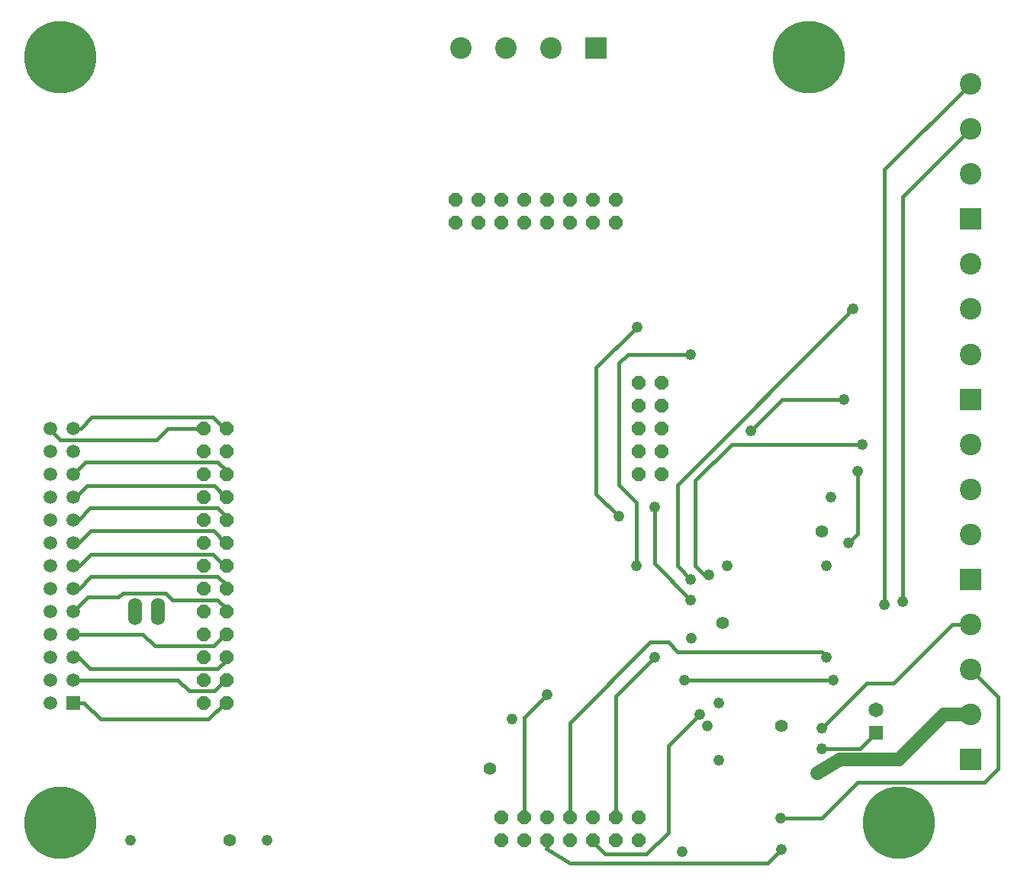
<source format=gbl>
G04 EasyPC Gerber Version 21.0.3 Build 4286 *
%FSLAX35Y35*%
%MOIN*%
%AMT12*0 Octagon Pad at angle 0*4,1,8,-0.01243,-0.03000,0.01243,-0.03000,0.03000,-0.01243,0.03000,0.01243,0.01243,0.03000,-0.01243,0.03000,-0.03000,0.01243,-0.03000,-0.01243,-0.01243,-0.03000,0*%
%ADD12T12*%
%ADD11O,0.06000X0.12000*%
%ADD13R,0.05906X0.05906*%
%ADD17R,0.06496X0.06496*%
%ADD15R,0.09449X0.09449*%
%ADD70C,0.01500*%
%ADD19C,0.04800*%
%ADD71C,0.05600*%
%ADD14C,0.05906*%
%ADD18C,0.06496*%
%ADD16C,0.09449*%
%ADD10C,0.31496*%
X0Y0D02*
D02*
D10*
X27809Y27809D03*
Y362455D03*
X354581D03*
X393951Y27809D03*
D02*
D11*
X60250Y120250D03*
X70250D03*
D02*
D12*
X90250Y80250D03*
Y90250D03*
Y100250D03*
Y110250D03*
Y120250D03*
Y130250D03*
Y140250D03*
Y150250D03*
Y160250D03*
Y170250D03*
Y180250D03*
Y190250D03*
Y200250D03*
X100250Y80250D03*
Y90250D03*
Y100250D03*
Y110250D03*
Y120250D03*
Y130250D03*
Y140250D03*
Y150250D03*
Y160250D03*
Y170250D03*
Y180250D03*
Y190250D03*
Y200250D03*
X200250Y290250D03*
Y300250D03*
X210250Y290250D03*
Y300250D03*
X220250Y20250D03*
Y30250D03*
Y290250D03*
Y300250D03*
X230250Y20250D03*
Y30250D03*
Y290250D03*
Y300250D03*
X240250Y20250D03*
Y30250D03*
Y290250D03*
Y300250D03*
X250250Y20250D03*
Y30250D03*
Y290250D03*
Y300250D03*
X260250Y20250D03*
Y30250D03*
Y290250D03*
Y300250D03*
X270250Y20250D03*
Y30250D03*
Y290250D03*
Y300250D03*
X280250Y20250D03*
Y30250D03*
Y180250D03*
Y190250D03*
Y200250D03*
Y210250D03*
Y220250D03*
X290250Y180250D03*
Y190250D03*
Y200250D03*
Y210250D03*
Y220250D03*
D02*
D13*
X33518Y80250D03*
D02*
D14*
X23518D03*
Y90250D03*
Y100250D03*
Y110250D03*
Y120250D03*
Y130250D03*
Y140250D03*
Y150250D03*
Y160250D03*
Y170250D03*
Y180250D03*
Y190250D03*
Y200250D03*
X33518Y90250D03*
Y100250D03*
Y110250D03*
Y120250D03*
Y130250D03*
Y140250D03*
Y150250D03*
Y160250D03*
Y170250D03*
Y180250D03*
Y190250D03*
Y200250D03*
X425250Y75132D02*
X413715D01*
X393951Y55368*
X368360*
X358518Y49463*
D02*
D15*
X261864Y366470D03*
X425250Y55447D03*
Y134187D03*
Y212927D03*
Y291667D03*
D02*
D16*
X202809Y366470D03*
X222494D03*
X242179D03*
X425250Y75132D03*
Y94817D03*
Y114502D03*
Y153872D03*
Y173557D03*
Y193242D03*
Y232612D03*
Y252297D03*
Y271982D03*
Y311352D03*
Y331037D03*
Y350722D03*
D02*
D17*
X384108Y67179D03*
D02*
D18*
Y77179D03*
D02*
D19*
X58518Y20014D03*
X118163D03*
X225171Y73163D03*
X240250Y83715D03*
X271707Y161746D03*
X279423Y140093D03*
X279581Y244423D03*
X287455Y100250D03*
Y165683D03*
X299266Y15250D03*
X300250Y90250D03*
X303203Y125250D03*
Y134187D03*
Y232612D03*
X303400Y108518D03*
X307140Y75250D03*
X310250Y70250D03*
X311077Y136156D03*
X315250Y55250D03*
Y80250D03*
X319148Y140250D03*
X329423Y199148D03*
X342573Y29856D03*
X342770Y15998D03*
X358518Y49463D03*
X360289Y60250D03*
Y69226D03*
X362258Y100250D03*
Y140250D03*
X364423Y170250D03*
X365250Y90250D03*
X370132Y212927D03*
X372100Y150250D03*
X374069Y252297D03*
X376037Y181431D03*
X378006Y193242D03*
X387848Y123124D03*
X395722Y124344D03*
D02*
D70*
X23518Y200250D02*
Y199305D01*
X27612Y195211*
X69817*
X74856Y200250*
X90250*
X33518Y80250D02*
X38242D01*
X45329Y73163*
X92573*
X99659Y80250*
X100250*
X33518Y90250D02*
X79187D01*
X84069Y85368*
X94974*
X99856Y90250*
X100250*
X33518Y110250D02*
X63754D01*
X68951Y105053*
X94659*
X99856Y110250*
X100250*
X33518Y150250D02*
X35880D01*
X41077Y155447*
X94659*
X99856Y150250*
X100250*
X33518Y170250D02*
X34541D01*
X39423Y175132*
X94974*
X99856Y170250*
X100250*
Y100250D02*
Y98951D01*
X96510Y95211*
X40683*
X35644Y100250*
X33518*
X100250Y120250D02*
Y121392D01*
X96510Y125132*
X76825*
X73675Y128281*
X55171*
X53203Y126313*
X39581*
X33518Y120250*
X100250Y130250D02*
Y131628D01*
X96510Y135368*
X41156*
X36037Y130250*
X33518*
X100250Y140250D02*
X99502D01*
X94541Y145211*
X40998*
X36037Y140250*
X33518*
X100250Y160250D02*
Y161549D01*
X96510Y165289*
X40683*
X35644Y160250*
X33518*
X100250Y180250D02*
Y181628D01*
X96510Y185368*
X38636*
X33518Y180250*
X100250Y200250D02*
Y201116D01*
X98478*
X94541Y205053*
X41392*
X36589Y200250*
X33518*
X240250Y83715D02*
X230250Y73715D01*
Y30250*
X250250D02*
Y71392D01*
X285486Y106628*
X293478*
X297494Y102612*
X360486*
X362258Y100841*
Y100250*
X260250Y20250D02*
Y19581D01*
X265801Y14030*
X283793*
X293360Y23596*
Y61470*
X307140Y75250*
X270250Y30250D02*
Y83045D01*
X287455Y100250*
X271707Y161746D02*
X261864Y171589D01*
Y226707*
X279581Y244423*
X279423Y140093D02*
Y167809D01*
X271707Y175526*
Y228675*
X275644Y232612*
X303203*
X287455Y165683D02*
Y140998D01*
X303203Y125250*
X300250Y90250D02*
X365250D01*
X303203Y134187D02*
X297297Y140093D01*
Y175526*
X372100Y250329*
Y252297*
X374069*
X311077Y136156D02*
X309108D01*
X305171Y140093*
Y177494*
X320919Y193242*
X378006*
X342770Y15998D02*
X336864Y10093D01*
X250250*
X240093Y16313*
X240250*
Y20250*
X360289Y60250D02*
X377179D01*
X384108Y67179*
X360289Y69226D02*
X360368D01*
X379974Y88833*
X391785*
X417455Y114502*
X425250*
X370132Y212927D02*
X343203D01*
X329423Y199148*
X376037Y181431D02*
Y154187D01*
X372100Y150250*
X395722Y124344D02*
Y301510D01*
X425250Y331037*
Y94817D02*
X437258Y82809D01*
Y51431*
X431352Y45526*
X376234*
X360565Y29856*
X342573*
X425250Y350722D02*
X387848Y313321D01*
Y123124*
D02*
D71*
X101825Y20014D03*
X215329Y51510D03*
X316982Y115250D03*
X342770Y70250D03*
X360289Y155250D03*
X0Y0D02*
M02*

</source>
